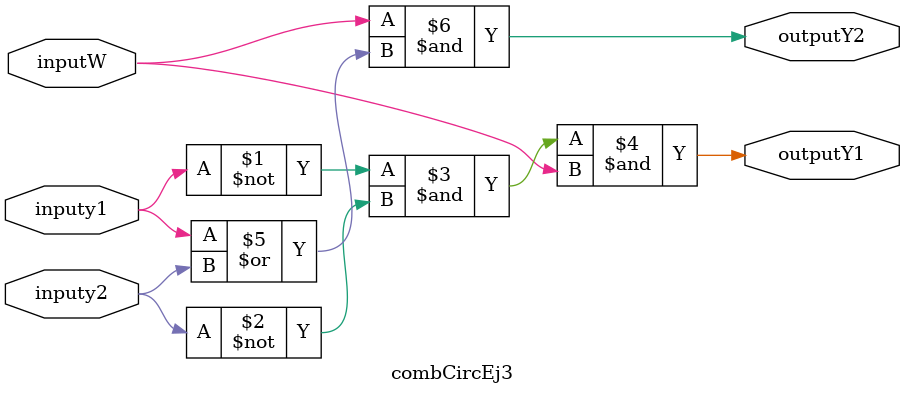
<source format=v>

module combCircEj3(
    inputW,
    inputy1,
    inputy2,
    outputY1,
    outputY2
);

    //inputs
    input inputW;
    input inputy1;
    input inputy2;

    //outputs
    output outputY1;
    output outputY2;

    assign outputY1 = (~inputy1)&(~inputy2)&inputW;
    assign outputY2 = inputW&(inputy1|inputy2);

endmodule


</source>
